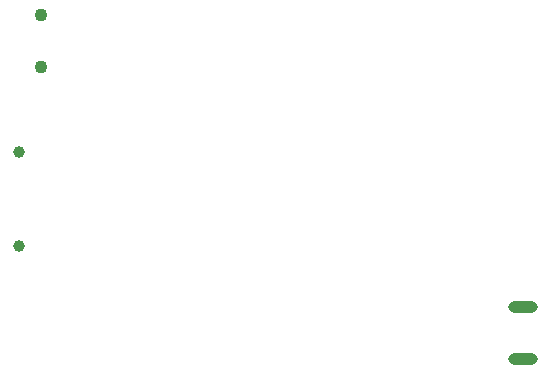
<source format=gbr>
%TF.GenerationSoftware,Altium Limited,Altium Designer,23.11.1 (41)*%
G04 Layer_Color=0*
%FSLAX45Y45*%
%MOMM*%
%TF.SameCoordinates,A167E3D1-D2EE-47D6-BB63-3A09D1C29133*%
%TF.FilePolarity,Positive*%
%TF.FileFunction,NonPlated,1,6,NPTH,Drill*%
%TF.Part,Single*%
G01*
G75*
%TA.AperFunction,ComponentDrill*%
%ADD93C,1.00000*%
%ADD94C,1.10000*%
%TA.AperFunction,OtherDrill,Pad Free-2 (47mm,13.7mm)*%
%ADD95O,2.50000X1.00000*%
%TA.AperFunction,OtherDrill,Pad Free-2 (47mm,9.3mm)*%
%ADD96O,2.50000X1.00000*%
D93*
X435000Y1885000D02*
D03*
Y2685000D02*
D03*
D94*
X620000Y3840000D02*
D03*
Y3400000D02*
D03*
D95*
X4700000Y1370000D02*
D03*
D96*
Y930000D02*
D03*
%TF.MD5,c07c40c2916478be53f403e00a846745*%
M02*

</source>
